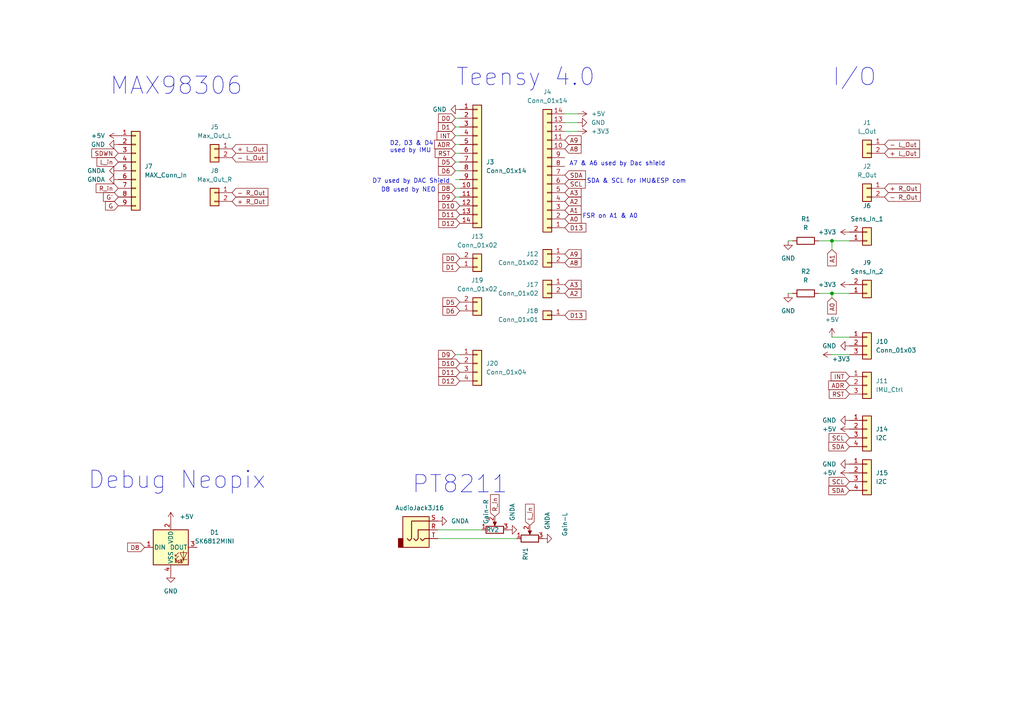
<source format=kicad_sch>
(kicad_sch (version 20211123) (generator eeschema)
  (paper "A4")
  (title_block (title "TEENSY 4 HAPTISHIELD") (date "2022-07-29") (rev "1"))
  (lib_symbols
    (symbol "Connector:AudioJack3"
      (property "Reference" "J" (at 0 8.89 0))
      (property "Value" "AudioJack3" (at 0 6.35 0))
      (symbol "AudioJack3_0_1"
        (rectangle (start -5.08 -5.08) (end -6.35 -2.54) (stroke (width 0.254)) (fill (type outline)))
        (polyline (pts (xy 0 -2.54) (xy 0.635 -3.175) (xy 1.27 -2.54) (xy 2.54 -2.54)) (stroke (width 0.254)))
        (polyline (pts (xy -1.905 -2.54) (xy -1.27 -3.175) (xy -0.635 -2.54) (xy -0.635 0) (xy 2.54 0)) (stroke (width 0.254)))
        (polyline (pts (xy 2.54 2.54) (xy -2.54 2.54) (xy -2.54 -2.54) (xy -3.175 -3.175) (xy -3.81 -2.54)) (stroke (width 0.254)))
        (rectangle (start 2.54 3.81) (end -5.08 -5.08) (stroke (width 0.254)) (fill (type background)))
      )
      (symbol "AudioJack3_1_1"
        (pin passive line (at 5.08 0 180) (length 2.54) (name "~") (number "R"))
        (pin passive line (at 5.08 2.54 180) (length 2.54) (name "~") (number "S"))
        (pin passive line (at 5.08 -2.54 180) (length 2.54) (name "~") (number "T"))
      )
    )
    (symbol "Connector_Generic:Conn_01x01" (pin_names (offset 1.016) hide)
      (property "Reference" "J" (at 0 2.54 0))
      (property "Value" "Conn_01x01" (at 0 -2.54 0))
      (symbol "Conn_01x01_1_1"
        (rectangle (start -1.27 0.127) (end 0 -0.127) (stroke (width 0.1524)))
        (rectangle (start -1.27 1.27) (end 1.27 -1.27) (stroke (width 0.254)) (fill (type background)))
        (pin passive line (at -5.08 0 0) (length 3.81) (name "Pin_1") (number "1"))
      )
    )
    (symbol "Connector_Generic:Conn_01x02" (pin_names (offset 1.016) hide)
      (property "Reference" "J" (at 0 2.54 0))
      (property "Value" "Conn_01x02" (at 0 -5.08 0))
      (symbol "Conn_01x02_1_1"
        (rectangle (start -1.27 -2.413) (end 0 -2.667) (stroke (width 0.1524)))
        (rectangle (start -1.27 0.127) (end 0 -0.127) (stroke (width 0.1524)))
        (rectangle (start -1.27 1.27) (end 1.27 -3.81) (stroke (width 0.254)) (fill (type background)))
        (pin passive line (at -5.08 0 0) (length 3.81) (name "Pin_1") (number "1"))
        (pin passive line (at -5.08 -2.54 0) (length 3.81) (name "Pin_2") (number "2"))
      )
    )
    (symbol "Connector_Generic:Conn_01x03" (pin_names (offset 1.016) hide)
      (property "Reference" "J" (at 0 5.08 0))
      (property "Value" "Conn_01x03" (at 0 -5.08 0))
      (symbol "Conn_01x03_1_1"
        (rectangle (start -1.27 -2.413) (end 0 -2.667) (stroke (width 0.1524)))
        (rectangle (start -1.27 0.127) (end 0 -0.127) (stroke (width 0.1524)))
        (rectangle (start -1.27 2.667) (end 0 2.413) (stroke (width 0.1524)))
        (rectangle (start -1.27 3.81) (end 1.27 -3.81) (stroke (width 0.254)) (fill (type background)))
        (pin passive line (at -5.08 2.54 0) (length 3.81) (name "Pin_1") (number "1"))
        (pin passive line (at -5.08 0 0) (length 3.81) (name "Pin_2") (number "2"))
        (pin passive line (at -5.08 -2.54 0) (length 3.81) (name "Pin_3") (number "3"))
      )
    )
    (symbol "Connector_Generic:Conn_01x04" (pin_names (offset 1.016) hide)
      (property "Reference" "J" (at 0 5.08 0))
      (property "Value" "Conn_01x04" (at 0 -7.62 0))
      (symbol "Conn_01x04_1_1"
        (rectangle (start -1.27 -4.953) (end 0 -5.207) (stroke (width 0.1524)))
        (rectangle (start -1.27 -2.413) (end 0 -2.667) (stroke (width 0.1524)))
        (rectangle (start -1.27 0.127) (end 0 -0.127) (stroke (width 0.1524)))
        (rectangle (start -1.27 2.667) (end 0 2.413) (stroke (width 0.1524)))
        (rectangle (start -1.27 3.81) (end 1.27 -6.35) (stroke (width 0.254)) (fill (type background)))
        (pin passive line (at -5.08 2.54 0) (length 3.81) (name "Pin_1") (number "1"))
        (pin passive line (at -5.08 0 0) (length 3.81) (name "Pin_2") (number "2"))
        (pin passive line (at -5.08 -2.54 0) (length 3.81) (name "Pin_3") (number "3"))
        (pin passive line (at -5.08 -5.08 0) (length 3.81) (name "Pin_4") (number "4"))
      )
    )
    (symbol "Connector_Generic:Conn_01x09" (pin_names (offset 1.016) hide)
      (property "Reference" "J" (at 0 12.7 0))
      (property "Value" "Conn_01x09" (at 0 -12.7 0))
      (symbol "Conn_01x09_1_1"
        (rectangle (start -1.27 -10.033) (end 0 -10.287) (stroke (width 0.1524)))
        (rectangle (start -1.27 -7.493) (end 0 -7.747) (stroke (width 0.1524)))
        (rectangle (start -1.27 -4.953) (end 0 -5.207) (stroke (width 0.1524)))
        (rectangle (start -1.27 -2.413) (end 0 -2.667) (stroke (width 0.1524)))
        (rectangle (start -1.27 0.127) (end 0 -0.127) (stroke (width 0.1524)))
        (rectangle (start -1.27 2.667) (end 0 2.413) (stroke (width 0.1524)))
        (rectangle (start -1.27 5.207) (end 0 4.953) (stroke (width 0.1524)))
        (rectangle (start -1.27 7.747) (end 0 7.493) (stroke (width 0.1524)))
        (rectangle (start -1.27 10.287) (end 0 10.033) (stroke (width 0.1524)))
        (rectangle (start -1.27 11.43) (end 1.27 -11.43) (stroke (width 0.254)) (fill (type background)))
        (pin passive line (at -5.08 10.16 0) (length 3.81) (name "Pin_1") (number "1"))
        (pin passive line (at -5.08 7.62 0) (length 3.81) (name "Pin_2") (number "2"))
        (pin passive line (at -5.08 5.08 0) (length 3.81) (name "Pin_3") (number "3"))
        (pin passive line (at -5.08 2.54 0) (length 3.81) (name "Pin_4") (number "4"))
        (pin passive line (at -5.08 0 0) (length 3.81) (name "Pin_5") (number "5"))
        (pin passive line (at -5.08 -2.54 0) (length 3.81) (name "Pin_6") (number "6"))
        (pin passive line (at -5.08 -5.08 0) (length 3.81) (name "Pin_7") (number "7"))
        (pin passive line (at -5.08 -7.62 0) (length 3.81) (name "Pin_8") (number "8"))
        (pin passive line (at -5.08 -10.16 0) (length 3.81) (name "Pin_9") (number "9"))
      )
    )
    (symbol "Connector_Generic:Conn_01x14" (pin_names (offset 1.016) hide)
      (property "Reference" "J" (at 0 17.78 0))
      (property "Value" "Conn_01x14" (at 0 -20.32 0))
      (symbol "Conn_01x14_1_1"
        (rectangle (start -1.27 -17.653) (end 0 -17.907) (stroke (width 0.1524)))
        (rectangle (start -1.27 -15.113) (end 0 -15.367) (stroke (width 0.1524)))
        (rectangle (start -1.27 -12.573) (end 0 -12.827) (stroke (width 0.1524)))
        (rectangle (start -1.27 -10.033) (end 0 -10.287) (stroke (width 0.1524)))
        (rectangle (start -1.27 -7.493) (end 0 -7.747) (stroke (width 0.1524)))
        (rectangle (start -1.27 -4.953) (end 0 -5.207) (stroke (width 0.1524)))
        (rectangle (start -1.27 -2.413) (end 0 -2.667) (stroke (width 0.1524)))
        (rectangle (start -1.27 0.127) (end 0 -0.127) (stroke (width 0.1524)))
        (rectangle (start -1.27 2.667) (end 0 2.413) (stroke (width 0.1524)))
        (rectangle (start -1.27 5.207) (end 0 4.953) (stroke (width 0.1524)))
        (rectangle (start -1.27 7.747) (end 0 7.493) (stroke (width 0.1524)))
        (rectangle (start -1.27 10.287) (end 0 10.033) (stroke (width 0.1524)))
        (rectangle (start -1.27 12.827) (end 0 12.573) (stroke (width 0.1524)))
        (rectangle (start -1.27 15.367) (end 0 15.113) (stroke (width 0.1524)))
        (rectangle (start -1.27 16.51) (end 1.27 -19.05) (stroke (width 0.254)) (fill (type background)))
        (pin passive line (at -5.08 15.24 0) (length 3.81) (name "Pin_1") (number "1"))
        (pin passive line (at -5.08 -7.62 0) (length 3.81) (name "Pin_10") (number "10"))
        (pin passive line (at -5.08 -10.16 0) (length 3.81) (name "Pin_11") (number "11"))
        (pin passive line (at -5.08 -12.7 0) (length 3.81) (name "Pin_12") (number "12"))
        (pin passive line (at -5.08 -15.24 0) (length 3.81) (name "Pin_13") (number "13"))
        (pin passive line (at -5.08 -17.78 0) (length 3.81) (name "Pin_14") (number "14"))
        (pin passive line (at -5.08 12.7 0) (length 3.81) (name "Pin_2") (number "2"))
        (pin passive line (at -5.08 10.16 0) (length 3.81) (name "Pin_3") (number "3"))
        (pin passive line (at -5.08 7.62 0) (length 3.81) (name "Pin_4") (number "4"))
        (pin passive line (at -5.08 5.08 0) (length 3.81) (name "Pin_5") (number "5"))
        (pin passive line (at -5.08 2.54 0) (length 3.81) (name "Pin_6") (number "6"))
        (pin passive line (at -5.08 0 0) (length 3.81) (name "Pin_7") (number "7"))
        (pin passive line (at -5.08 -2.54 0) (length 3.81) (name "Pin_8") (number "8"))
        (pin passive line (at -5.08 -5.08 0) (length 3.81) (name "Pin_9") (number "9"))
      )
    )
    (symbol "Device:R" (pin_numbers hide) (pin_names (offset 0))
      (property "Reference" "R" (at 2.032 0 90))
      (property "Value" "R" (at 0 0 90))
      (symbol "R_0_1"
        (rectangle (start -1.016 -2.54) (end 1.016 2.54) (stroke (width 0.254)))
      )
      (symbol "R_1_1"
        (pin passive line (at 0 3.81 270) (length 1.27) (name "~") (number "1"))
        (pin passive line (at 0 -3.81 90) (length 1.27) (name "~") (number "2"))
      )
    )
    (symbol "Device:R_Potentiometer" (pin_names (offset 1.016) hide)
      (property "Reference" "RV" (at -4.445 0 90))
      (property "Value" "R_Potentiometer" (at -2.54 0 90))
      (symbol "R_Potentiometer_0_1"
        (polyline (pts (xy 2.54 0) (xy 1.524 0)))
        (polyline (pts (xy 1.143 0) (xy 2.286 0.508) (xy 2.286 -0.508) (xy 1.143 0)) (fill (type outline)))
        (rectangle (start 1.016 2.54) (end -1.016 -2.54) (stroke (width 0.254)))
      )
      (symbol "R_Potentiometer_1_1"
        (pin passive line (at 0 3.81 270) (length 1.27) (name "1") (number "1"))
        (pin passive line (at 3.81 0 180) (length 1.27) (name "2") (number "2"))
        (pin passive line (at 0 -3.81 90) (length 1.27) (name "3") (number "3"))
      )
    )
    (symbol "User_Symbols:SK6812MINI" (pin_names (offset 0.254))
      (property "Reference" "D" (at 5.08 5.715 0))
      (property "Value" "SK6812MINI" (at 1.27 -5.715 0))
      (symbol "SK6812MINI_0_0"
        (text "RGB" (at 2.286 -4.191 0) (effects (font (size 0.762 0.762))))
      )
      (symbol "SK6812MINI_0_1"
        (polyline (pts (xy 1.27 -3.556) (xy 1.778 -3.556)))
        (polyline (pts (xy 1.27 -2.54) (xy 1.778 -2.54)))
        (polyline (pts (xy 4.699 -3.556) (xy 2.667 -3.556)))
        (polyline (pts (xy 2.286 -2.54) (xy 1.27 -3.556) (xy 1.27 -3.048)))
        (polyline (pts (xy 2.286 -1.524) (xy 1.27 -2.54) (xy 1.27 -2.032)))
        (polyline (pts (xy 3.683 -1.016) (xy 3.683 -3.556) (xy 3.683 -4.064)))
        (polyline (pts (xy 4.699 -1.524) (xy 2.667 -1.524) (xy 3.683 -3.556) (xy 4.699 -1.524)))
        (rectangle (start 5.08 5.08) (end -5.08 -5.08) (stroke (width 0.254)) (fill (type background)))
      )
      (symbol "SK6812MINI_1_1"
        (pin input line (at -7.62 0 0) (length 2.54) (name "DIN") (number "1"))
        (pin power_in line (at 0 7.62 270) (length 2.54) (name "VDD") (number "2"))
        (pin output line (at 7.62 0 180) (length 2.54) (name "DOUT") (number "3"))
        (pin power_in line (at 0 -7.62 90) (length 2.54) (name "VSS") (number "4"))
      )
    )
    (symbol "power:+3.3V" (power) (pin_names (offset 0))
      (property "Value" "+3.3V" (at 0 3.556 0))
      (symbol "+3.3V_0_1"
        (polyline (pts (xy -0.762 1.27) (xy 0 2.54)))
        (polyline (pts (xy 0 0) (xy 0 2.54)))
        (polyline (pts (xy 0 2.54) (xy 0.762 1.27)))
      )
      (symbol "+3.3V_1_1"
        (pin power_in line (at 0 0 90) (length 0) hide (name "+3V3") (number "1"))
      )
    )
    (symbol "power:+5V" (power) (pin_names (offset 0))
      (property "Value" "+5V" (at 0 3.556 0))
      (symbol "+5V_0_1"
        (polyline (pts (xy -0.762 1.27) (xy 0 2.54)))
        (polyline (pts (xy 0 0) (xy 0 2.54)))
        (polyline (pts (xy 0 2.54) (xy 0.762 1.27)))
      )
      (symbol "+5V_1_1"
        (pin power_in line (at 0 0 90) (length 0) hide (name "+5V") (number "1"))
      )
    )
    (symbol "power:GND" (power) (pin_names (offset 0))
      (property "Value" "GND" (at 0 -3.81 0))
      (symbol "GND_0_1"
        (polyline (pts (xy 0 0) (xy 0 -1.27) (xy 1.27 -1.27) (xy 0 -2.54) (xy -1.27 -1.27) (xy 0 -1.27)))
      )
      (symbol "GND_1_1"
        (pin power_in line (at 0 0 270) (length 0) hide (name "GND") (number "1"))
      )
    )
    (symbol "power:GNDA" (power) (pin_names (offset 0))
      (property "Value" "GNDA" (at 0 -3.81 0))
      (symbol "GNDA_0_1"
        (polyline (pts (xy 0 0) (xy 0 -1.27) (xy 1.27 -1.27) (xy 0 -2.54) (xy -1.27 -1.27) (xy 0 -1.27)))
      )
      (symbol "GNDA_1_1"
        (pin power_in line (at 0 0 270) (length 0) hide (name "GNDA") (number "1"))
      )
    )
  )
  (junction (at 241.3 69.85))
  (junction (at 241.3 85.09))
  (wire (pts (xy 132.08 41.91) (xy 133.35 41.91)))
  (wire (pts (xy 237.49 69.85) (xy 241.3 69.85)))
  (wire (pts (xy 132.08 49.53) (xy 133.35 49.53)))
  (wire (pts (xy 229.87 69.85) (xy 228.6 69.85)))
  (wire (pts (xy 241.3 69.85) (xy 241.3 72.39)))
  (wire (pts (xy 132.08 52.07) (xy 133.35 52.07)))
  (wire (pts (xy 241.3 85.09) (xy 241.3 86.36)))
  (wire (pts (xy 132.08 36.83) (xy 133.35 36.83)))
  (wire (pts (xy 132.08 39.37) (xy 133.35 39.37)))
  (wire (pts (xy 229.87 85.09) (xy 228.6 85.09)))
  (wire (pts (xy 167.64 33.02) (xy 163.83 33.02)))
  (wire (pts (xy 132.08 44.45) (xy 133.35 44.45)))
  (wire (pts (xy 163.83 38.1) (xy 167.64 38.1)))
  (wire (pts (xy 132.08 54.61) (xy 133.35 54.61)))
  (wire (pts (xy 132.08 34.29) (xy 133.35 34.29)))
  (wire (pts (xy 237.49 85.09) (xy 241.3 85.09)))
  (wire (pts (xy 132.08 57.15) (xy 133.35 57.15)))
  (wire (pts (xy 127 156.21) (xy 149.86 156.21)))
  (wire (pts (xy 241.3 97.79) (xy 246.38 97.79)))
  (wire (pts (xy 127 153.67) (xy 139.7 153.67)))
  (wire (pts (xy 167.64 35.56) (xy 163.83 35.56)))
  (wire (pts (xy 241.3 69.85) (xy 246.38 69.85)))
  (wire (pts (xy 241.3 102.87) (xy 246.38 102.87)))
  (wire (pts (xy 132.08 102.87) (xy 133.35 102.87)))
  (wire (pts (xy 132.08 46.99) (xy 133.35 46.99)))
  (wire (pts (xy 241.3 85.09) (xy 246.38 85.09)))
  (text "PT8211" (at 119.38 143.51 0) (effects (font (size 5 5)) (justify left bottom)))
  (text "D2, D3 & D4 \nused by IMU\n" (at 113.03 44.45 0) (effects (font (size 1.27 1.27)) (justify left bottom)))
  (text "SDA & SCL for IMU&ESP com" (at 170.18 53.34 0) (effects (font (size 1.27 1.27)) (justify left bottom)))
  (text "Teensy 4.0\n" (at 132.08 25.4 0) (effects (font (size 5 5)) (justify left bottom)))
  (text "FSR on A1 & A0" (at 168.91 63.5 0) (effects (font (size 1.27 1.27)) (justify left bottom)))
  (text "D7 used by DAC Shield" (at 107.95 53.34 0) (effects (font (size 1.27 1.27)) (justify left bottom)))
  (text "A7 & A6 used by Dac shield" (at 165.1 48.26 0) (effects (font (size 1.27 1.27)) (justify left bottom)))
  (text "D8 used by NEO" (at 110.49 55.88 0) (effects (font (size 1.27 1.27)) (justify left bottom)))
  (text "I/O" (at 241.3 25.4 0) (effects (font (size 5 5)) (justify left bottom)))
  (text "Debug Neopix\n" (at 25.4 142.24 0) (effects (font (size 5 5)) (justify left bottom)))
  (text "MAX98306" (at 31.75 27.94 0) (effects (font (size 5 5)) (justify left bottom)))
  (global_label "- L_Out" (shape input) (at 256.54 41.91 0) (property "Intersheet References" "${INTERSHEET_REFS}" (effects hide)))
  (global_label "A8" (shape input) (at 163.83 76.2 0) (property "Intersheet References" "${INTERSHEET_REFS}" (effects hide)))
  (global_label "SDA" (shape input) (at 163.83 50.8 0) (property "Intersheet References" "${INTERSHEET_REFS}" (effects hide)))
  (global_label "A0" (shape input) (at 241.3 86.36 270) (property "Intersheet References" "${INTERSHEET_REFS}" (effects hide)))
  (global_label "D11" (shape input) (at 133.35 62.23 180) (property "Intersheet References" "${INTERSHEET_REFS}" (effects hide)))
  (global_label "SDA" (shape input) (at 246.38 129.54 180) (property "Intersheet References" "${INTERSHEET_REFS}" (effects hide)))
  (global_label "A2" (shape input) (at 163.83 58.42 0) (property "Intersheet References" "${INTERSHEET_REFS}" (effects hide)))
  (global_label "ADR" (shape input) (at 132.08 41.91 180) (property "Intersheet References" "${INTERSHEET_REFS}" (effects hide)))
  (global_label "INT" (shape input) (at 132.08 39.37 180) (property "Intersheet References" "${INTERSHEET_REFS}" (effects hide)))
  (global_label "A2" (shape input) (at 163.83 85.09 0) (property "Intersheet References" "${INTERSHEET_REFS}" (effects hide)))
  (global_label "D6" (shape input) (at 132.08 49.53 180) (property "Intersheet References" "${INTERSHEET_REFS}" (effects hide)))
  (global_label "ADR" (shape input) (at 246.38 111.76 180) (property "Intersheet References" "${INTERSHEET_REFS}" (effects hide)))
  (global_label "A1" (shape input) (at 163.83 60.96 0) (property "Intersheet References" "${INTERSHEET_REFS}" (effects hide)))
  (global_label "D9" (shape input) (at 132.08 57.15 180) (property "Intersheet References" "${INTERSHEET_REFS}" (effects hide)))
  (global_label "D10" (shape input) (at 133.35 59.69 180) (property "Intersheet References" "${INTERSHEET_REFS}" (effects hide)))
  (global_label "D9" (shape input) (at 132.08 102.87 180) (property "Intersheet References" "${INTERSHEET_REFS}" (effects hide)))
  (global_label "RST" (shape input) (at 246.38 114.3 180) (property "Intersheet References" "${INTERSHEET_REFS}" (effects hide)))
  (global_label "A3" (shape input) (at 163.83 55.88 0) (property "Intersheet References" "${INTERSHEET_REFS}" (effects hide)))
  (global_label "D6" (shape input) (at 133.35 90.17 180) (property "Intersheet References" "${INTERSHEET_REFS}" (effects hide)))
  (global_label "D1" (shape input) (at 133.35 77.47 180) (property "Intersheet References" "${INTERSHEET_REFS}" (effects hide)))
  (global_label "L_in" (shape input) (at 34.29 46.99 180) (property "Intersheet References" "${INTERSHEET_REFS}" (effects hide)))
  (global_label "G'" (shape input) (at 34.29 57.15 180) (property "Intersheet References" "${INTERSHEET_REFS}" (effects hide)))
  (global_label "D12" (shape input) (at 133.35 110.49 180) (property "Intersheet References" "${INTERSHEET_REFS}" (effects hide)))
  (global_label "RST" (shape input) (at 132.08 44.45 180) (property "Intersheet References" "${INTERSHEET_REFS}" (effects hide)))
  (global_label "R_in" (shape input) (at 143.51 149.86 90) (property "Intersheet References" "${INTERSHEET_REFS}" (effects hide)))
  (global_label "SCL" (shape input) (at 246.38 127 180) (property "Intersheet References" "${INTERSHEET_REFS}" (effects hide)))
  (global_label "R_in" (shape input) (at 34.29 54.61 180) (property "Intersheet References" "${INTERSHEET_REFS}" (effects hide)))
  (global_label "- L_Out" (shape input) (at 67.31 45.72 0) (property "Intersheet References" "${INTERSHEET_REFS}" (effects hide)))
  (global_label "SCL" (shape input) (at 163.83 53.34 0) (property "Intersheet References" "${INTERSHEET_REFS}" (effects hide)))
  (global_label "D13" (shape input) (at 163.83 91.44 0) (property "Intersheet References" "${INTERSHEET_REFS}" (effects hide)))
  (global_label "D13" (shape input) (at 163.83 66.04 0) (property "Intersheet References" "${INTERSHEET_REFS}" (effects hide)))
  (global_label "D8" (shape input) (at 132.08 54.61 180) (property "Intersheet References" "${INTERSHEET_REFS}" (effects hide)))
  (global_label "D10" (shape input) (at 133.35 105.41 180) (property "Intersheet References" "${INTERSHEET_REFS}" (effects hide)))
  (global_label "SDWN" (shape input) (at 34.29 44.45 180) (property "Intersheet References" "${INTERSHEET_REFS}" (effects hide)))
  (global_label "D8" (shape input) (at 41.91 158.75 180) (property "Intersheet References" "${INTERSHEET_REFS}" (effects hide)))
  (global_label "D0" (shape input) (at 132.08 34.29 180) (property "Intersheet References" "${INTERSHEET_REFS}" (effects hide)))
  (global_label "SDA" (shape input) (at 246.38 142.24 180) (property "Intersheet References" "${INTERSHEET_REFS}" (effects hide)))
  (global_label "A8" (shape input) (at 163.83 43.18 0) (property "Intersheet References" "${INTERSHEET_REFS}" (effects hide)))
  (global_label "D0" (shape input) (at 133.35 74.93 180) (property "Intersheet References" "${INTERSHEET_REFS}" (effects hide)))
  (global_label "SCL" (shape input) (at 246.38 139.7 180) (property "Intersheet References" "${INTERSHEET_REFS}" (effects hide)))
  (global_label "D5" (shape input) (at 133.35 87.63 180) (property "Intersheet References" "${INTERSHEET_REFS}" (effects hide)))
  (global_label "D1" (shape input) (at 132.08 36.83 180) (property "Intersheet References" "${INTERSHEET_REFS}" (effects hide)))
  (global_label "A1" (shape input) (at 241.3 72.39 270) (property "Intersheet References" "${INTERSHEET_REFS}" (effects hide)))
  (global_label "D12" (shape input) (at 133.35 64.77 180) (property "Intersheet References" "${INTERSHEET_REFS}" (effects hide)))
  (global_label "D11" (shape input) (at 133.35 107.95 180) (property "Intersheet References" "${INTERSHEET_REFS}" (effects hide)))
  (global_label "+ R_Out" (shape input) (at 67.31 58.42 0) (property "Intersheet References" "${INTERSHEET_REFS}" (effects hide)))
  (global_label "L_in" (shape input) (at 153.67 152.4 90) (property "Intersheet References" "${INTERSHEET_REFS}" (effects hide)))
  (global_label "+ R_Out" (shape input) (at 256.54 54.61 0) (property "Intersheet References" "${INTERSHEET_REFS}" (effects hide)))
  (global_label "+ L_Out" (shape input) (at 67.31 43.18 0) (property "Intersheet References" "${INTERSHEET_REFS}" (effects hide)))
  (global_label "A9" (shape input) (at 163.83 40.64 0) (property "Intersheet References" "${INTERSHEET_REFS}" (effects hide)))
  (global_label "A0" (shape input) (at 163.83 63.5 0) (property "Intersheet References" "${INTERSHEET_REFS}" (effects hide)))
  (global_label "A9" (shape input) (at 163.83 73.66 0) (property "Intersheet References" "${INTERSHEET_REFS}" (effects hide)))
  (global_label "- R_Out" (shape input) (at 67.31 55.88 0) (property "Intersheet References" "${INTERSHEET_REFS}" (effects hide)))
  (global_label "- R_Out" (shape input) (at 256.54 57.15 0) (property "Intersheet References" "${INTERSHEET_REFS}" (effects hide)))
  (global_label "INT" (shape input) (at 246.38 109.22 180) (property "Intersheet References" "${INTERSHEET_REFS}" (effects hide)))
  (global_label "G" (shape input) (at 34.29 59.69 180) (property "Intersheet References" "${INTERSHEET_REFS}" (effects hide)))
  (global_label "A3" (shape input) (at 163.83 82.55 0) (property "Intersheet References" "${INTERSHEET_REFS}" (effects hide)))
  (global_label "D5" (shape input) (at 132.08 46.99 180) (property "Intersheet References" "${INTERSHEET_REFS}" (effects hide)))
  (global_label "+ L_Out" (shape input) (at 256.54 44.45 0) (property "Intersheet References" "${INTERSHEET_REFS}" (effects hide)))
  (symbol (lib_id "Connector_Generic:Conn_01x02") (at 158.75 82.55 0) (mirror y) (unit 1)
    (property "Reference" "J17" (at 156.21 82.5499 0) (effects (justify left)))
    (property "Value" "Conn_01x02" (at 156.21 85.0899 0) (effects (justify left)))
    (property "Footprint" "Connector_PinHeader_2.54mm:PinHeader_1x02_P2.54mm_Vertical" (effects hide))
  )
  (symbol (lib_id "Connector_Generic:Conn_01x04") (at 138.43 105.41 0) (unit 1)
    (property "Reference" "J20" (at 140.97 105.4099 0) (effects (justify left)))
    (property "Value" "Conn_01x04" (at 140.97 107.9499 0) (effects (justify left)))
    (property "Footprint" "Connector_PinHeader_2.54mm:PinHeader_1x04_P2.54mm_Vertical" (effects hide))
  )
  (symbol (lib_id "Connector:AudioJack3") (at 121.92 153.67 0) (unit 1)
    (property "Reference" "J16" (at 127 147.32 0))
    (property "Value" "AudioJack3" (at 120.015 147.32 0))
    (property "Footprint" "UserLibrary:Jack_3.5mm_CUI_SJ1-3525N_Horizontal" (effects hide))
  )
  (symbol (lib_id "Connector_Generic:Conn_01x04") (at 251.46 124.46 0) (unit 1)
    (property "Reference" "J14" (at 254 124.4599 0) (effects (justify left)))
    (property "Value" "I2C" (at 254 126.9999 0) (effects (justify left)))
    (property "Footprint" "Connector_PinHeader_2.54mm:PinHeader_1x04_P2.54mm_Vertical" (effects hide))
  )
  (symbol (lib_id "Connector_Generic:Conn_01x03") (at 251.46 100.33 0) (unit 1)
    (property "Reference" "J10" (at 254 99.0599 0) (effects (justify left)))
    (property "Value" "Conn_01x03" (at 254 101.5999 0) (effects (justify left)))
    (property "Footprint" "Connector_PinHeader_2.54mm:PinHeader_1x03_P2.54mm_Vertical" (effects hide))
  )
  (symbol (lib_id "Device:R_Potentiometer") (at 153.67 156.21 90) (unit 1)
    (property "Reference" "RV1" (at 152.3999 158.75 0) (effects (justify right)))
    (property "Value" "Gain-L" (at 163.83 148.59 0) (effects (justify right)))
    (property "Footprint" "Potentiometer_THT:Potentiometer_Runtron_RM-065_Vertical" (effects hide))
  )
  (symbol (lib_id "power:+3.3V") (at 246.38 82.55 90) (unit 1)
    (property "Reference" "#PWR012" (effects hide))
    (property "Value" "+3.3V" (at 242.57 82.5499 90) (effects (justify left)))
  )
  (symbol (lib_id "Connector_Generic:Conn_01x03") (at 251.46 111.76 0) (unit 1)
    (property "Reference" "J11" (at 254 110.4899 0) (effects (justify left)))
    (property "Value" "IMU_Ctrl" (at 254 113.0299 0) (effects (justify left)))
    (property "Footprint" "Connector_PinHeader_2.54mm:PinHeader_1x03_P2.54mm_Vertical" (effects hide))
  )
  (symbol (lib_id "Connector_Generic:Conn_01x02") (at 251.46 69.85 0) (mirror x) (unit 1)
    (property "Reference" "J6" (at 251.46 59.69 0))
    (property "Value" "Sens_In_1" (at 251.46 63.5 0))
    (property "Footprint" "Connector_PinHeader_2.54mm:PinHeader_1x02_P2.54mm_Vertical" (effects hide))
  )
  (symbol (lib_id "power:+5V") (at 246.38 137.16 90) (unit 1)
    (property "Reference" "#PWR021" (effects hide))
    (property "Value" "+5V" (at 242.57 137.1599 90) (effects (justify left)))
  )
  (symbol (lib_id "power:GND") (at 167.64 35.56 90) (unit 1)
    (property "Reference" "#PWR03" (effects hide))
    (property "Value" "GND" (at 171.45 35.5599 90) (effects (justify right)))
  )
  (symbol (lib_id "Device:R_Potentiometer") (at 143.51 153.67 90) (unit 1)
    (property "Reference" "RV2" (at 140.97 153.67 90) (effects (justify right)))
    (property "Value" "Gain-R" (at 140.97 144.78 0) (effects (justify right)))
    (property "Footprint" "Potentiometer_THT:Potentiometer_Runtron_RM-065_Vertical" (effects hide))
  )
  (symbol (lib_id "power:GNDA") (at 147.32 153.67 90) (unit 1)
    (property "Reference" "#PWR023" (effects hide))
    (property "Value" "GNDA" (at 148.5899 151.13 0) (effects (justify left)))
  )
  (symbol (lib_id "Connector_Generic:Conn_01x02") (at 62.23 55.88 0) (mirror y) (unit 1)
    (property "Reference" "J8" (at 62.23 49.53 0))
    (property "Value" "Max_Out_R" (at 62.23 52.07 0))
    (property "Footprint" "TerminalBlock_MetzConnect:TerminalBlock_MetzConnect_Type059_RT06302HBWC_1x02_P3.50mm_Horizontal" (effects hide))
  )
  (symbol (lib_id "power:GNDA") (at 157.48 156.21 90) (unit 1)
    (property "Reference" "#PWR024" (effects hide))
    (property "Value" "GNDA" (at 158.7499 153.67 0) (effects (justify left)))
  )
  (symbol (lib_id "power:GND") (at 133.35 31.75 270) (unit 1)
    (property "Reference" "#PWR01" (effects hide))
    (property "Value" "GND" (at 129.54 31.7499 90) (effects (justify right)))
  )
  (symbol (lib_id "power:GND") (at 246.38 134.62 270) (unit 1)
    (property "Reference" "#PWR020" (effects hide))
    (property "Value" "GND" (at 242.57 134.6199 90) (effects (justify right)))
  )
  (symbol (lib_id "power:GNDA") (at 34.29 52.07 270) (unit 1)
    (property "Reference" "#PWR011" (effects hide))
    (property "Value" "GNDA" (at 30.48 52.0701 90) (effects (justify right)))
  )
  (symbol (lib_id "Connector_Generic:Conn_01x09") (at 39.37 49.53 0) (unit 1)
    (property "Reference" "J7" (at 41.91 48.2599 0) (effects (justify left)))
    (property "Value" "MAX_Conn_In" (at 41.91 50.7999 0) (effects (justify left)))
    (property "Footprint" "Connector_PinSocket_2.54mm:PinSocket_1x09_P2.54mm_Vertical" (effects hide))
  )
  (symbol (lib_id "power:GNDA") (at 34.29 49.53 270) (unit 1)
    (property "Reference" "#PWR010" (effects hide))
    (property "Value" "GNDA" (at 30.48 49.5301 90) (effects (justify right)))
  )
  (symbol (lib_id "power:+5V") (at 167.64 33.02 270) (unit 1)
    (property "Reference" "#PWR02" (effects hide))
    (property "Value" "+5V" (at 171.45 33.0199 90) (effects (justify left)))
  )
  (symbol (lib_id "power:+5V") (at 34.29 39.37 90) (unit 1)
    (property "Reference" "#PWR05" (effects hide))
    (property "Value" "+5V" (at 30.48 39.3699 90) (effects (justify left)))
  )
  (symbol (lib_id "power:GND") (at 246.38 100.33 270) (unit 1)
    (property "Reference" "#PWR015" (effects hide))
    (property "Value" "GND" (at 242.57 100.3299 90) (effects (justify right)))
  )
  (symbol (lib_id "power:GND") (at 228.6 85.09 0) (unit 1)
    (property "Reference" "#PWR013" (effects hide))
    (property "Value" "GND" (at 228.6 90.17 0))
  )
  (symbol (lib_id "power:+5V") (at 246.38 124.46 90) (unit 1)
    (property "Reference" "#PWR019" (effects hide))
    (property "Value" "+5V" (at 242.57 124.4599 90) (effects (justify left)))
  )
  (symbol (lib_id "Connector_Generic:Conn_01x14") (at 138.43 46.99 0) (unit 1)
    (property "Reference" "J3" (at 140.97 46.9899 0) (effects (justify left)))
    (property "Value" "Conn_01x14" (at 140.97 49.5299 0) (effects (justify left)))
    (property "Footprint" "Connector_PinSocket_2.54mm:PinSocket_1x14_P2.54mm_Vertical" (effects hide))
  )
  (symbol (lib_id "power:GNDA") (at 127 151.13 90) (unit 1)
    (property "Reference" "#PWR022" (effects hide))
    (property "Value" "GNDA" (at 130.81 151.1299 90) (effects (justify right)))
  )
  (symbol (lib_id "Connector_Generic:Conn_01x14") (at 158.75 50.8 180) (unit 1)
    (property "Reference" "J4" (at 158.75 26.67 0))
    (property "Value" "Conn_01x14" (at 158.75 29.21 0))
    (property "Footprint" "Connector_PinSocket_2.54mm:PinSocket_1x14_P2.54mm_Vertical" (effects hide))
  )
  (symbol (lib_id "Connector_Generic:Conn_01x02") (at 138.43 90.17 0) (mirror x) (unit 1)
    (property "Reference" "J19" (at 138.43 81.28 0))
    (property "Value" "Conn_01x02" (at 138.43 83.82 0))
    (property "Footprint" "Connector_PinHeader_2.54mm:PinHeader_1x02_P2.54mm_Vertical" (effects hide))
  )
  (symbol (lib_id "power:+5V") (at 49.53 151.13 0) (unit 1)
    (property "Reference" "#PWR0102" (effects hide))
    (property "Value" "+5V" (at 52.07 149.8599 0) (effects (justify left)))
  )
  (symbol (lib_id "Connector_Generic:Conn_01x02") (at 251.46 41.91 0) (mirror y) (unit 1)
    (property "Reference" "J1" (at 251.46 35.56 0))
    (property "Value" "L_Out" (at 251.46 38.1 0))
    (property "Footprint" "Connector_PinHeader_2.54mm:PinHeader_1x02_P2.54mm_Vertical" (effects hide))
  )
  (symbol (lib_id "Connector_Generic:Conn_01x02") (at 158.75 73.66 0) (mirror y) (unit 1)
    (property "Reference" "J12" (at 156.21 73.6599 0) (effects (justify left)))
    (property "Value" "Conn_01x02" (at 156.21 76.1999 0) (effects (justify left)))
    (property "Footprint" "Connector_PinHeader_2.54mm:PinHeader_1x02_P2.54mm_Vertical" (effects hide))
  )
  (symbol (lib_id "power:+3.3V") (at 241.3 102.87 90) (unit 1)
    (property "Reference" "#PWR0103" (effects hide))
    (property "Value" "+3.3V" (at 241.3 104.14 90) (effects (justify right)))
  )
  (symbol (lib_id "Device:R") (at 233.68 85.09 90) (unit 1)
    (property "Reference" "R2" (at 233.68 78.74 90))
    (property "Value" "R" (at 233.68 81.28 90))
    (property "Footprint" "Resistor_THT:R_Axial_DIN0204_L3.6mm_D1.6mm_P2.54mm_Vertical" (effects hide))
  )
  (symbol (lib_id "Connector_Generic:Conn_01x02") (at 251.46 85.09 0) (mirror x) (unit 1)
    (property "Reference" "J9" (at 251.46 76.2 0))
    (property "Value" "Sens_In_2" (at 251.46 78.74 0))
    (property "Footprint" "Connector_PinHeader_2.54mm:PinHeader_1x02_P2.54mm_Vertical" (effects hide))
  )
  (symbol (lib_id "power:GND") (at 246.38 121.92 270) (unit 1)
    (property "Reference" "#PWR018" (effects hide))
    (property "Value" "GND" (at 242.57 121.9199 90) (effects (justify right)))
  )
  (symbol (lib_id "Connector_Generic:Conn_01x02") (at 251.46 54.61 0) (mirror y) (unit 1)
    (property "Reference" "J2" (at 251.46 48.26 0))
    (property "Value" "R_Out" (at 251.46 50.8 0))
    (property "Footprint" "Connector_PinHeader_2.54mm:PinHeader_1x02_P2.54mm_Vertical" (effects hide))
  )
  (symbol (lib_id "Connector_Generic:Conn_01x04") (at 251.46 137.16 0) (unit 1)
    (property "Reference" "J15" (at 254 137.1599 0) (effects (justify left)))
    (property "Value" "I2C" (at 254 139.6999 0) (effects (justify left)))
    (property "Footprint" "Connector_PinHeader_2.54mm:PinHeader_1x04_P2.54mm_Vertical" (effects hide))
  )
  (symbol (lib_id "Device:R") (at 233.68 69.85 90) (unit 1)
    (property "Reference" "R1" (at 233.68 63.5 90))
    (property "Value" "R" (at 233.68 66.04 90))
    (property "Footprint" "Resistor_THT:R_Axial_DIN0204_L3.6mm_D1.6mm_P2.54mm_Vertical" (effects hide))
  )
  (symbol (lib_id "power:+5V") (at 241.3 97.79 0) (unit 1)
    (property "Reference" "#PWR014" (effects hide))
    (property "Value" "+5V" (at 241.3 92.71 0))
  )
  (symbol (lib_id "power:GND") (at 228.6 69.85 0) (unit 1)
    (property "Reference" "#PWR08" (effects hide))
    (property "Value" "GND" (at 228.6 74.93 0))
  )
  (symbol (lib_id "power:GND") (at 49.53 166.37 0) (unit 1)
    (property "Reference" "#PWR0101" (effects hide))
    (property "Value" "GND" (at 49.53 171.45 0))
  )
  (symbol (lib_id "Connector_Generic:Conn_01x01") (at 158.75 91.44 0) (mirror y) (unit 1)
    (property "Reference" "J18" (at 156.21 90.1699 0) (effects (justify left)))
    (property "Value" "Conn_01x01" (at 156.21 92.7099 0) (effects (justify left)))
    (property "Footprint" "Connector_PinHeader_2.54mm:PinHeader_1x01_P2.54mm_Vertical" (effects hide))
  )
  (symbol (lib_id "power:+3.3V") (at 246.38 67.31 90) (unit 1)
    (property "Reference" "#PWR06" (effects hide))
    (property "Value" "+3.3V" (at 242.57 67.3099 90) (effects (justify left)))
  )
  (symbol (lib_id "Connector_Generic:Conn_01x02") (at 138.43 77.47 0) (mirror x) (unit 1)
    (property "Reference" "J13" (at 138.43 68.58 0))
    (property "Value" "Conn_01x02" (at 138.43 71.12 0))
    (property "Footprint" "Connector_PinHeader_2.54mm:PinHeader_1x02_P2.54mm_Vertical" (effects hide))
  )
  (symbol (lib_id "Connector_Generic:Conn_01x02") (at 62.23 43.18 0) (mirror y) (unit 1)
    (property "Reference" "J5" (at 62.23 36.83 0))
    (property "Value" "Max_Out_L" (at 62.23 39.37 0))
    (property "Footprint" "TerminalBlock_MetzConnect:TerminalBlock_MetzConnect_Type059_RT06302HBWC_1x02_P3.50mm_Horizontal" (effects hide))
  )
  (symbol (lib_id "User_Symbols:SK6812MINI") (at 49.53 158.75 0) (unit 1)
    (property "Reference" "D1" (at 62.23 154.4193 0))
    (property "Value" "SK6812MINI" (at 62.23 156.9593 0))
    (property "Footprint" "LED_SMD:LED_SK6812MINI_PLCC4_3.5x3.5mm_P1.75mm" (effects hide))
    (property "Datasheet" "https://cdn-shop.adafruit.com/product-files/2686/SK6812MINI_REV.01-1-2.pdf" (effects hide))
  )
  (symbol (lib_id "power:GND") (at 34.29 41.91 270) (unit 1)
    (property "Reference" "#PWR07" (effects hide))
    (property "Value" "GND" (at 30.48 41.9099 90) (effects (justify right)))
  )
  (symbol (lib_id "power:+3.3V") (at 167.64 38.1 270) (unit 1)
    (property "Reference" "#PWR04" (effects hide))
    (property "Value" "+3.3V" (at 171.45 38.0999 90) (effects (justify left)))
  )
)
</source>
